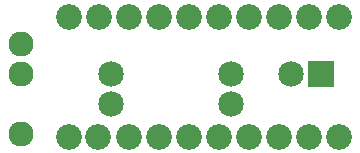
<source format=gbs>
G04 MADE WITH FRITZING*
G04 WWW.FRITZING.ORG*
G04 DOUBLE SIDED*
G04 HOLES PLATED*
G04 CONTOUR ON CENTER OF CONTOUR VECTOR*
%ASAXBY*%
%FSLAX23Y23*%
%MOIN*%
%OFA0B0*%
%SFA1.0B1.0*%
%ADD10C,0.083749*%
%ADD11C,0.085000*%
%ADD12C,0.085334*%
%ADD13R,0.085000X0.085000*%
%LNMASK0*%
G90*
G70*
G54D10*
X198Y381D03*
X198Y281D03*
X198Y81D03*
G54D11*
X498Y281D03*
X898Y281D03*
X498Y181D03*
X898Y181D03*
G54D12*
X556Y472D03*
X656Y472D03*
X756Y472D03*
X856Y472D03*
X956Y472D03*
X1056Y472D03*
X1156Y472D03*
X1256Y472D03*
X656Y72D03*
X756Y72D03*
X856Y72D03*
X956Y72D03*
X1056Y72D03*
X1156Y72D03*
X1256Y72D03*
X556Y72D03*
X456Y472D03*
X455Y72D03*
X356Y472D03*
X356Y72D03*
G54D11*
X1198Y281D03*
X1098Y281D03*
G54D13*
X1198Y281D03*
G04 End of Mask0*
M02*
</source>
